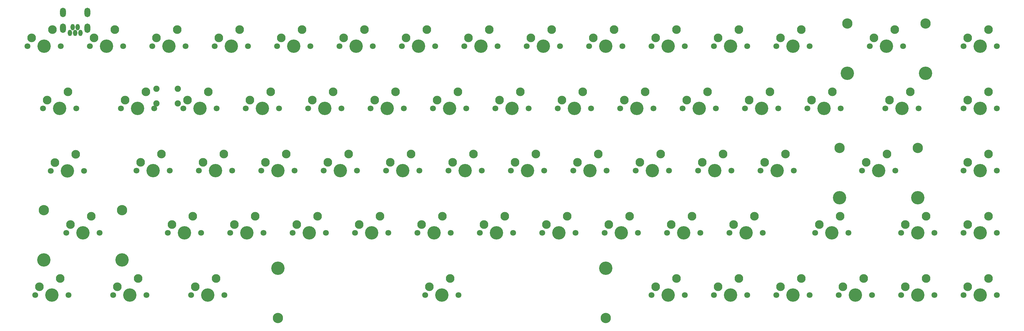
<source format=gts>
%TF.GenerationSoftware,KiCad,Pcbnew,5.1.6-c6e7f7d~87~ubuntu20.04.1*%
%TF.CreationDate,2020-07-19T17:39:59-07:00*%
%TF.ProjectId,mrkeebstutorial,6d726b65-6562-4737-9475-746f7269616c,rev?*%
%TF.SameCoordinates,Original*%
%TF.FileFunction,Soldermask,Top*%
%TF.FilePolarity,Negative*%
%FSLAX46Y46*%
G04 Gerber Fmt 4.6, Leading zero omitted, Abs format (unit mm)*
G04 Created by KiCad (PCBNEW 5.1.6-c6e7f7d~87~ubuntu20.04.1) date 2020-07-19 17:39:59*
%MOMM*%
%LPD*%
G01*
G04 APERTURE LIST*
%ADD10C,1.900000*%
%ADD11C,2.640000*%
%ADD12C,1.801800*%
%ADD13C,4.087800*%
%ADD14C,3.148000*%
%ADD15O,1.800000X2.899999*%
%ADD16O,1.300000X1.900000*%
%ADD17O,1.400000X2.500000*%
%ADD18C,1.300000*%
G04 APERTURE END LIST*
D10*
%TO.C,SWP1*%
X-375250000Y330187500D03*
X-368750000Y334687500D03*
X-375250000Y334687500D03*
X-368750000Y330187500D03*
%TD*%
D11*
%TO.C,SW17*%
X-384810000Y331152500D03*
X-378460000Y333692500D03*
D12*
X-375920000Y328612500D03*
X-386080000Y328612500D03*
D13*
X-381000000Y328612500D03*
%TD*%
%TO.C,SW31*%
X-402461250Y309502500D03*
D11*
X-406271250Y312042500D03*
X-399921250Y314582500D03*
D12*
X-407541250Y309502500D03*
X-397381250Y309502500D03*
%TD*%
D11*
%TO.C,SW32*%
X-380047500Y312102500D03*
X-373697500Y314642500D03*
D12*
X-371157500Y309562500D03*
X-381317500Y309562500D03*
D13*
X-376237500Y309562500D03*
%TD*%
D11*
%TO.C,SW18*%
X-365760000Y331152500D03*
X-359410000Y333692500D03*
D12*
X-356870000Y328612500D03*
X-367030000Y328612500D03*
D13*
X-361950000Y328612500D03*
%TD*%
D12*
%TO.C,SW16*%
X-399734200Y328613880D03*
X-409894200Y328613880D03*
D11*
X-402274200Y333693880D03*
X-408624200Y331153880D03*
D13*
X-404814200Y328613880D03*
%TD*%
%TO.C,SW45*%
X-385730750Y282257500D03*
X-409606750Y282257500D03*
D14*
X-409606750Y297497500D03*
X-385730750Y297497500D03*
D12*
X-392588750Y290512500D03*
X-402748750Y290512500D03*
D11*
X-395128750Y295592500D03*
X-401478750Y293052500D03*
D13*
X-397668750Y290512500D03*
%TD*%
D11*
%TO.C,SW1*%
X-413385000Y350202500D03*
X-407035000Y352742500D03*
D12*
X-404495000Y347662500D03*
X-414655000Y347662500D03*
D13*
X-409575000Y347662500D03*
%TD*%
D11*
%TO.C,SW2*%
X-394335000Y350202500D03*
X-387985000Y352742500D03*
D12*
X-385445000Y347662500D03*
X-395605000Y347662500D03*
D13*
X-390525000Y347662500D03*
%TD*%
D12*
%TO.C,SW29*%
X-142557500Y328612500D03*
X-152717500Y328612500D03*
D11*
X-145097500Y333692500D03*
X-151447500Y331152500D03*
D13*
X-147637500Y328612500D03*
%TD*%
D11*
%TO.C,SW68*%
X-127635000Y274002500D03*
X-121285000Y276542500D03*
D12*
X-118745000Y271462500D03*
X-128905000Y271462500D03*
D13*
X-123825000Y271462500D03*
%TD*%
D11*
%TO.C,SW67*%
X-146685000Y274002500D03*
X-140335000Y276542500D03*
D12*
X-137795000Y271462500D03*
X-147955000Y271462500D03*
D13*
X-142875000Y271462500D03*
%TD*%
D11*
%TO.C,SW66*%
X-165735000Y274002500D03*
X-159385000Y276542500D03*
D12*
X-156845000Y271462500D03*
X-167005000Y271462500D03*
D13*
X-161925000Y271462500D03*
%TD*%
D11*
%TO.C,SW65*%
X-184785000Y274002500D03*
X-178435000Y276542500D03*
D12*
X-175895000Y271462500D03*
X-186055000Y271462500D03*
D13*
X-180975000Y271462500D03*
%TD*%
D11*
%TO.C,SW64*%
X-203835000Y274002500D03*
X-197485000Y276542500D03*
D12*
X-194945000Y271462500D03*
X-205105000Y271462500D03*
D13*
X-200025000Y271462500D03*
%TD*%
D11*
%TO.C,SW63*%
X-222885000Y274002500D03*
X-216535000Y276542500D03*
D12*
X-213995000Y271462500D03*
X-224155000Y271462500D03*
D13*
X-219075000Y271462500D03*
%TD*%
%TO.C,SW62*%
X-238093250Y279717500D03*
X-338169250Y279717500D03*
D14*
X-338169250Y264477500D03*
X-238093250Y264477500D03*
D12*
X-283051250Y271462500D03*
X-293211250Y271462500D03*
D11*
X-285591250Y276542500D03*
X-291941250Y274002500D03*
D13*
X-288131250Y271462500D03*
%TD*%
D12*
%TO.C,SW61*%
X-354488750Y271462500D03*
X-364648750Y271462500D03*
D11*
X-357028750Y276542500D03*
X-363378750Y274002500D03*
D13*
X-359568750Y271462500D03*
%TD*%
D12*
%TO.C,SW60*%
X-378301250Y271462500D03*
X-388461250Y271462500D03*
D11*
X-380841250Y276542500D03*
X-387191250Y274002500D03*
D13*
X-383381250Y271462500D03*
%TD*%
D12*
%TO.C,SW59*%
X-402113750Y271462500D03*
X-412273750Y271462500D03*
D11*
X-404653750Y276542500D03*
X-411003750Y274002500D03*
D13*
X-407193750Y271462500D03*
%TD*%
D11*
%TO.C,SW58*%
X-127635000Y293052500D03*
X-121285000Y295592500D03*
D12*
X-118745000Y290512500D03*
X-128905000Y290512500D03*
D13*
X-123825000Y290512500D03*
%TD*%
D11*
%TO.C,SW57*%
X-146685000Y293052500D03*
X-140335000Y295592500D03*
D12*
X-137795000Y290512500D03*
X-147955000Y290512500D03*
D13*
X-142875000Y290512500D03*
%TD*%
D12*
%TO.C,SW56*%
X-163988750Y290512500D03*
X-174148750Y290512500D03*
D11*
X-166528750Y295592500D03*
X-172878750Y293052500D03*
D13*
X-169068750Y290512500D03*
%TD*%
D11*
%TO.C,SW55*%
X-199072500Y293052500D03*
X-192722500Y295592500D03*
D12*
X-190182500Y290512500D03*
X-200342500Y290512500D03*
D13*
X-195262500Y290512500D03*
%TD*%
D11*
%TO.C,SW54*%
X-218122500Y293052500D03*
X-211772500Y295592500D03*
D12*
X-209232500Y290512500D03*
X-219392500Y290512500D03*
D13*
X-214312500Y290512500D03*
%TD*%
D11*
%TO.C,SW53*%
X-237172500Y293052500D03*
X-230822500Y295592500D03*
D12*
X-228282500Y290512500D03*
X-238442500Y290512500D03*
D13*
X-233362500Y290512500D03*
%TD*%
D11*
%TO.C,SW52*%
X-256222500Y293052500D03*
X-249872500Y295592500D03*
D12*
X-247332500Y290512500D03*
X-257492500Y290512500D03*
D13*
X-252412500Y290512500D03*
%TD*%
D11*
%TO.C,SW51*%
X-275272500Y293052500D03*
X-268922500Y295592500D03*
D12*
X-266382500Y290512500D03*
X-276542500Y290512500D03*
D13*
X-271462500Y290512500D03*
%TD*%
D11*
%TO.C,SW50*%
X-294322500Y293052500D03*
X-287972500Y295592500D03*
D12*
X-285432500Y290512500D03*
X-295592500Y290512500D03*
D13*
X-290512500Y290512500D03*
%TD*%
D11*
%TO.C,SW49*%
X-313372500Y293052500D03*
X-307022500Y295592500D03*
D12*
X-304482500Y290512500D03*
X-314642500Y290512500D03*
D13*
X-309562500Y290512500D03*
%TD*%
D11*
%TO.C,SW48*%
X-332422500Y293052500D03*
X-326072500Y295592500D03*
D12*
X-323532500Y290512500D03*
X-333692500Y290512500D03*
D13*
X-328612500Y290512500D03*
%TD*%
D11*
%TO.C,SW47*%
X-351472500Y293052500D03*
X-345122500Y295592500D03*
D12*
X-342582500Y290512500D03*
X-352742500Y290512500D03*
D13*
X-347662500Y290512500D03*
%TD*%
D11*
%TO.C,SW46*%
X-370522500Y293052500D03*
X-364172500Y295592500D03*
D12*
X-361632500Y290512500D03*
X-371792500Y290512500D03*
D13*
X-366712500Y290512500D03*
%TD*%
D11*
%TO.C,SW44*%
X-127635000Y312102500D03*
X-121285000Y314642500D03*
D12*
X-118745000Y309562500D03*
X-128905000Y309562500D03*
D13*
X-123825000Y309562500D03*
%TD*%
%TO.C,SW43*%
X-142843250Y301307500D03*
X-166719250Y301307500D03*
D14*
X-166719250Y316547500D03*
X-142843250Y316547500D03*
D12*
X-149701250Y309562500D03*
X-159861250Y309562500D03*
D11*
X-152241250Y314642500D03*
X-158591250Y312102500D03*
D13*
X-154781250Y309562500D03*
%TD*%
D11*
%TO.C,SW42*%
X-189547500Y312102500D03*
X-183197500Y314642500D03*
D12*
X-180657500Y309562500D03*
X-190817500Y309562500D03*
D13*
X-185737500Y309562500D03*
%TD*%
D11*
%TO.C,SW41*%
X-208597500Y312102500D03*
X-202247500Y314642500D03*
D12*
X-199707500Y309562500D03*
X-209867500Y309562500D03*
D13*
X-204787500Y309562500D03*
%TD*%
D11*
%TO.C,SW40*%
X-227647500Y312102500D03*
X-221297500Y314642500D03*
D12*
X-218757500Y309562500D03*
X-228917500Y309562500D03*
D13*
X-223837500Y309562500D03*
%TD*%
D11*
%TO.C,SW39*%
X-246697500Y312102500D03*
X-240347500Y314642500D03*
D12*
X-237807500Y309562500D03*
X-247967500Y309562500D03*
D13*
X-242887500Y309562500D03*
%TD*%
D11*
%TO.C,SW38*%
X-265747500Y312102500D03*
X-259397500Y314642500D03*
D12*
X-256857500Y309562500D03*
X-267017500Y309562500D03*
D13*
X-261937500Y309562500D03*
%TD*%
D11*
%TO.C,SW37*%
X-284797500Y312102500D03*
X-278447500Y314642500D03*
D12*
X-275907500Y309562500D03*
X-286067500Y309562500D03*
D13*
X-280987500Y309562500D03*
%TD*%
D11*
%TO.C,SW36*%
X-303847500Y312102500D03*
X-297497500Y314642500D03*
D12*
X-294957500Y309562500D03*
X-305117500Y309562500D03*
D13*
X-300037500Y309562500D03*
%TD*%
D11*
%TO.C,SW35*%
X-322897500Y312102500D03*
X-316547500Y314642500D03*
D12*
X-314007500Y309562500D03*
X-324167500Y309562500D03*
D13*
X-319087500Y309562500D03*
%TD*%
D11*
%TO.C,SW34*%
X-341947500Y312102500D03*
X-335597500Y314642500D03*
D12*
X-333057500Y309562500D03*
X-343217500Y309562500D03*
D13*
X-338137500Y309562500D03*
%TD*%
D11*
%TO.C,SW33*%
X-360997500Y312102500D03*
X-354647500Y314642500D03*
D12*
X-352107500Y309562500D03*
X-362267500Y309562500D03*
D13*
X-357187500Y309562500D03*
%TD*%
D11*
%TO.C,SW30*%
X-127635000Y331152500D03*
X-121285000Y333692500D03*
D12*
X-118745000Y328612500D03*
X-128905000Y328612500D03*
D13*
X-123825000Y328612500D03*
%TD*%
D11*
%TO.C,SW28*%
X-175260000Y331152500D03*
X-168910000Y333692500D03*
D12*
X-166370000Y328612500D03*
X-176530000Y328612500D03*
D13*
X-171450000Y328612500D03*
%TD*%
D11*
%TO.C,SW27*%
X-194310000Y331152500D03*
X-187960000Y333692500D03*
D12*
X-185420000Y328612500D03*
X-195580000Y328612500D03*
D13*
X-190500000Y328612500D03*
%TD*%
D11*
%TO.C,SW26*%
X-213360000Y331152500D03*
X-207010000Y333692500D03*
D12*
X-204470000Y328612500D03*
X-214630000Y328612500D03*
D13*
X-209550000Y328612500D03*
%TD*%
D11*
%TO.C,SW25*%
X-232410000Y331152500D03*
X-226060000Y333692500D03*
D12*
X-223520000Y328612500D03*
X-233680000Y328612500D03*
D13*
X-228600000Y328612500D03*
%TD*%
D11*
%TO.C,SW24*%
X-251460000Y331152500D03*
X-245110000Y333692500D03*
D12*
X-242570000Y328612500D03*
X-252730000Y328612500D03*
D13*
X-247650000Y328612500D03*
%TD*%
D11*
%TO.C,SW23*%
X-270510000Y331152500D03*
X-264160000Y333692500D03*
D12*
X-261620000Y328612500D03*
X-271780000Y328612500D03*
D13*
X-266700000Y328612500D03*
%TD*%
D11*
%TO.C,SW22*%
X-289560000Y331152500D03*
X-283210000Y333692500D03*
D12*
X-280670000Y328612500D03*
X-290830000Y328612500D03*
D13*
X-285750000Y328612500D03*
%TD*%
D11*
%TO.C,SW21*%
X-308610000Y331152500D03*
X-302260000Y333692500D03*
D12*
X-299720000Y328612500D03*
X-309880000Y328612500D03*
D13*
X-304800000Y328612500D03*
%TD*%
D11*
%TO.C,SW20*%
X-327660000Y331152500D03*
X-321310000Y333692500D03*
D12*
X-318770000Y328612500D03*
X-328930000Y328612500D03*
D13*
X-323850000Y328612500D03*
%TD*%
D11*
%TO.C,SW19*%
X-346710000Y331152500D03*
X-340360000Y333692500D03*
D12*
X-337820000Y328612500D03*
X-347980000Y328612500D03*
D13*
X-342900000Y328612500D03*
%TD*%
D11*
%TO.C,SW15*%
X-127635000Y350202500D03*
X-121285000Y352742500D03*
D12*
X-118745000Y347662500D03*
X-128905000Y347662500D03*
D13*
X-123825000Y347662500D03*
%TD*%
%TO.C,SW14*%
X-140462000Y339407500D03*
X-164338000Y339407500D03*
D14*
X-164338000Y354647500D03*
X-140462000Y354647500D03*
D12*
X-147320000Y347662500D03*
X-157480000Y347662500D03*
D11*
X-149860000Y352742500D03*
X-156210000Y350202500D03*
D13*
X-152400000Y347662500D03*
%TD*%
D11*
%TO.C,SW13*%
X-184785000Y350202500D03*
X-178435000Y352742500D03*
D12*
X-175895000Y347662500D03*
X-186055000Y347662500D03*
D13*
X-180975000Y347662500D03*
%TD*%
D11*
%TO.C,SW12*%
X-203835000Y350202500D03*
X-197485000Y352742500D03*
D12*
X-194945000Y347662500D03*
X-205105000Y347662500D03*
D13*
X-200025000Y347662500D03*
%TD*%
D11*
%TO.C,SW11*%
X-222885000Y350202500D03*
X-216535000Y352742500D03*
D12*
X-213995000Y347662500D03*
X-224155000Y347662500D03*
D13*
X-219075000Y347662500D03*
%TD*%
D11*
%TO.C,SW10*%
X-241935000Y350202500D03*
X-235585000Y352742500D03*
D12*
X-233045000Y347662500D03*
X-243205000Y347662500D03*
D13*
X-238125000Y347662500D03*
%TD*%
D11*
%TO.C,SW9*%
X-260985000Y350202500D03*
X-254635000Y352742500D03*
D12*
X-252095000Y347662500D03*
X-262255000Y347662500D03*
D13*
X-257175000Y347662500D03*
%TD*%
D11*
%TO.C,SW8*%
X-280035000Y350202500D03*
X-273685000Y352742500D03*
D12*
X-271145000Y347662500D03*
X-281305000Y347662500D03*
D13*
X-276225000Y347662500D03*
%TD*%
D11*
%TO.C,SW7*%
X-299085000Y350202500D03*
X-292735000Y352742500D03*
D12*
X-290195000Y347662500D03*
X-300355000Y347662500D03*
D13*
X-295275000Y347662500D03*
%TD*%
D11*
%TO.C,SW6*%
X-318135000Y350202500D03*
X-311785000Y352742500D03*
D12*
X-309245000Y347662500D03*
X-319405000Y347662500D03*
D13*
X-314325000Y347662500D03*
%TD*%
D11*
%TO.C,SW5*%
X-337185000Y350202500D03*
X-330835000Y352742500D03*
D12*
X-328295000Y347662500D03*
X-338455000Y347662500D03*
D13*
X-333375000Y347662500D03*
%TD*%
D11*
%TO.C,SW4*%
X-356235000Y350202500D03*
X-349885000Y352742500D03*
D12*
X-347345000Y347662500D03*
X-357505000Y347662500D03*
D13*
X-352425000Y347662500D03*
%TD*%
%TO.C,SW3*%
X-371475000Y347662500D03*
D12*
X-376555000Y347662500D03*
X-366395000Y347662500D03*
D11*
X-368935000Y352742500D03*
X-375285000Y350202500D03*
%TD*%
D15*
%TO.C,J1*%
X-403752540Y353235260D03*
X-403752540Y357985260D03*
X-396352540Y357985260D03*
X-396352540Y353235260D03*
D16*
X-400852540Y353535260D03*
X-399252540Y353535260D03*
X-398452540Y351735260D03*
X-400052540Y351735260D03*
X-401652540Y351735260D03*
D17*
X-403752540Y357985260D03*
X-396352540Y357985260D03*
X-403752540Y353235260D03*
X-396352540Y353235260D03*
D18*
X-399252540Y353235260D03*
X-400852540Y353235260D03*
X-401652540Y352035260D03*
X-398452540Y352035260D03*
X-400052540Y352035260D03*
%TD*%
M02*

</source>
